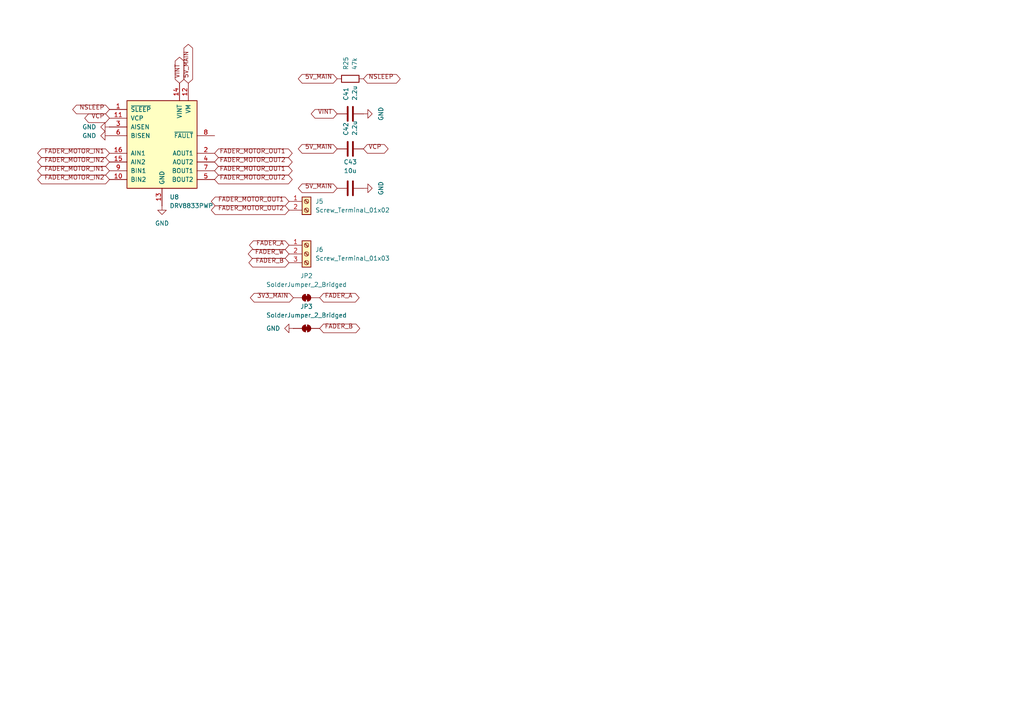
<source format=kicad_sch>
(kicad_sch (version 20231120) (generator "eeschema") (generator_version "8.0")
  (paper "A4")
  (lib_symbols
    (symbol "Connector:Screw_Terminal_01x02" (pin_names (offset 1.016) hide)
      (property "Reference" "J" (at 0 2.54 0))
      (property "Value" "Screw_Terminal_01x02" (at 0 -5.08 0))
      (symbol "Screw_Terminal_01x02_1_1"
        (rectangle (start -1.27 1.27) (end 1.27 -3.81) (stroke (width 0.254)) (fill (type background)))
        (circle (center 0 -2.54) (radius 0.635) (stroke (width 0.1524)))
        (polyline (pts (xy -0.5334 -2.2098) (xy 0.3302 -3.048)) (stroke (width 0.1524)))
        (polyline (pts (xy -0.5334 0.3302) (xy 0.3302 -0.508)) (stroke (width 0.1524)))
        (polyline (pts (xy -0.3556 -2.032) (xy 0.508 -2.8702)) (stroke (width 0.1524)))
        (polyline (pts (xy -0.3556 0.508) (xy 0.508 -0.3302)) (stroke (width 0.1524)))
        (circle (center 0 0) (radius 0.635) (stroke (width 0.1524)))
        (pin passive line (at -5.08 0 0) (length 3.81) (name "Pin_1") (number "1"))
        (pin passive line (at -5.08 -2.54 0) (length 3.81) (name "Pin_2") (number "2"))
      )
    )
    (symbol "Connector:Screw_Terminal_01x03" (pin_names (offset 1.016) hide)
      (property "Reference" "J" (at 0 5.08 0))
      (property "Value" "Screw_Terminal_01x03" (at 0 -5.08 0))
      (symbol "Screw_Terminal_01x03_1_1"
        (rectangle (start -1.27 3.81) (end 1.27 -3.81) (stroke (width 0.254)) (fill (type background)))
        (circle (center 0 -2.54) (radius 0.635) (stroke (width 0.1524)))
        (polyline (pts (xy -0.5334 -2.2098) (xy 0.3302 -3.048)) (stroke (width 0.1524)))
        (polyline (pts (xy -0.5334 0.3302) (xy 0.3302 -0.508)) (stroke (width 0.1524)))
        (polyline (pts (xy -0.5334 2.8702) (xy 0.3302 2.032)) (stroke (width 0.1524)))
        (polyline (pts (xy -0.3556 -2.032) (xy 0.508 -2.8702)) (stroke (width 0.1524)))
        (polyline (pts (xy -0.3556 0.508) (xy 0.508 -0.3302)) (stroke (width 0.1524)))
        (polyline (pts (xy -0.3556 3.048) (xy 0.508 2.2098)) (stroke (width 0.1524)))
        (circle (center 0 0) (radius 0.635) (stroke (width 0.1524)))
        (circle (center 0 2.54) (radius 0.635) (stroke (width 0.1524)))
        (pin passive line (at -5.08 2.54 0) (length 3.81) (name "Pin_1") (number "1"))
        (pin passive line (at -5.08 0 0) (length 3.81) (name "Pin_2") (number "2"))
        (pin passive line (at -5.08 -2.54 0) (length 3.81) (name "Pin_3") (number "3"))
      )
    )
    (symbol "Device:C" (pin_numbers hide) (pin_names (offset 0.254))
      (property "Reference" "C" (at 0.635 2.54 0))
      (property "Value" "C" (at 0.635 -2.54 0))
      (symbol "C_0_1"
        (polyline (pts (xy -2.032 -0.762) (xy 2.032 -0.762)) (stroke (width 0.508)))
        (polyline (pts (xy -2.032 0.762) (xy 2.032 0.762)) (stroke (width 0.508)))
      )
      (symbol "C_1_1"
        (pin passive line (at 0 3.81 270) (length 2.794) (name "~") (number "1"))
        (pin passive line (at 0 -3.81 90) (length 2.794) (name "~") (number "2"))
      )
    )
    (symbol "Device:R" (pin_numbers hide) (pin_names (offset 0))
      (property "Reference" "R" (at 2.032 0 90))
      (property "Value" "R" (at 0 0 90))
      (symbol "R_0_1"
        (rectangle (start -1.016 -2.54) (end 1.016 2.54) (stroke (width 0.254)))
      )
      (symbol "R_1_1"
        (pin passive line (at 0 3.81 270) (length 1.27) (name "~") (number "1"))
        (pin passive line (at 0 -3.81 90) (length 1.27) (name "~") (number "2"))
      )
    )
    (symbol "Driver_Motor:DRV8833PWP" (pin_names (offset 1.016))
      (property "Reference" "U" (at -3.81 16.51 0))
      (property "Value" "DRV8833PWP" (at -3.81 13.97 0))
      (symbol "DRV8833PWP_0_1"
        (rectangle (start -10.16 12.7) (end 10.16 -12.7) (stroke (width 0.254)) (fill (type background)))
      )
      (symbol "DRV8833PWP_1_1"
        (pin input line (at -15.24 10.16 0) (length 5.08) (name "~{SLEEP}") (number "1"))
        (pin input line (at -15.24 -10.16 0) (length 5.08) (name "BIN2") (number "10"))
        (pin bidirectional line (at -15.24 7.62 0) (length 5.08) (name "VCP") (number "11"))
        (pin power_in line (at 7.62 17.78 270) (length 5.08) (name "VM") (number "12"))
        (pin power_in line (at 0 -17.78 90) (length 5.08) (name "GND") (number "13"))
        (pin power_in line (at 5.08 17.78 270) (length 5.08) (name "VINT") (number "14"))
        (pin input line (at -15.24 -5.08 0) (length 5.08) (name "AIN2") (number "15"))
        (pin input line (at -15.24 -2.54 0) (length 5.08) (name "AIN1") (number "16"))
        (pin passive line (at 0 -17.78 90) (length 5.08) hide (name "GND") (number "17"))
        (pin power_out line (at 15.24 -2.54 180) (length 5.08) (name "AOUT1") (number "2"))
        (pin bidirectional line (at -15.24 5.08 0) (length 5.08) (name "AISEN") (number "3"))
        (pin power_out line (at 15.24 -5.08 180) (length 5.08) (name "AOUT2") (number "4"))
        (pin power_out line (at 15.24 -10.16 180) (length 5.08) (name "BOUT2") (number "5"))
        (pin bidirectional line (at -15.24 2.54 0) (length 5.08) (name "BISEN") (number "6"))
        (pin power_out line (at 15.24 -7.62 180) (length 5.08) (name "BOUT1") (number "7"))
        (pin open_collector line (at 15.24 2.54 180) (length 5.08) (name "~{FAULT}") (number "8"))
        (pin input line (at -15.24 -7.62 0) (length 5.08) (name "BIN1") (number "9"))
      )
    )
    (symbol "Jumper:SolderJumper_2_Bridged" (pin_numbers hide) (pin_names (offset 0) hide) (exclude_from_sim yes) (in_bom no)
      (property "Reference" "JP" (at 0 2.032 0))
      (property "Value" "SolderJumper_2_Bridged" (at 0 -2.54 0))
      (symbol "SolderJumper_2_Bridged_0_1"
        (rectangle (start -0.508 0.508) (end 0.508 -0.508) (fill (type outline)))
        (arc (start -0.254 1.016) (mid -1.2656 0) (end -0.254 -1.016))
        (arc (start -0.254 1.016) (mid -1.2656 0) (end -0.254 -1.016) (fill (type outline)))
        (polyline (pts (xy -0.254 1.016) (xy -0.254 -1.016)))
        (polyline (pts (xy 0.254 1.016) (xy 0.254 -1.016)))
        (arc (start 0.254 -1.016) (mid 1.2656 0) (end 0.254 1.016))
        (arc (start 0.254 -1.016) (mid 1.2656 0) (end 0.254 1.016) (fill (type outline)))
      )
      (symbol "SolderJumper_2_Bridged_1_1"
        (pin passive line (at -3.81 0 0) (length 2.54) (name "A") (number "1"))
        (pin passive line (at 3.81 0 180) (length 2.54) (name "B") (number "2"))
      )
    )
    (symbol "power:GND" (power) (pin_numbers hide) (pin_names (offset 0) hide)
      (property "Value" "GND" (at 0 -3.81 0))
      (symbol "GND_0_1"
        (polyline (pts (xy 0 0) (xy 0 -1.27) (xy 1.27 -1.27) (xy 0 -2.54) (xy -1.27 -1.27) (xy 0 -1.27)))
      )
      (symbol "GND_1_1"
        (pin power_in line (at 0 0 270) (length 0) (name "~") (number "1"))
      )
    )
  )
  (global_label "VINT" (shape bidirectional) (at 97.79 33.02 180) (property "Intersheetrefs" "${INTERSHEET_REFS}" (effects (hide yes))))
  (global_label "FADER_MOTOR_IN2" (shape bidirectional) (at 31.75 46.99 180) (property "Intersheetrefs" "${INTERSHEET_REFS}" (effects (hide yes))))
  (global_label "FADER_MOTOR_OUT2" (shape bidirectional) (at 83.82 60.96 180) (property "Intersheetrefs" "${INTERSHEET_REFS}" (effects (hide yes))))
  (global_label "FADER_MOTOR_IN1" (shape bidirectional) (at 31.75 49.53 180) (property "Intersheetrefs" "${INTERSHEET_REFS}" (effects (hide yes))))
  (global_label "FADER_MOTOR_OUT1" (shape bidirectional) (at 62.23 44.45 0) (property "Intersheetrefs" "${INTERSHEET_REFS}" (effects (hide yes))))
  (global_label "NSLEEP" (shape bidirectional) (at 105.41 22.86 0) (property "Intersheetrefs" "${INTERSHEET_REFS}" (effects (hide yes))))
  (global_label "VCP" (shape bidirectional) (at 105.41 43.18 0) (property "Intersheetrefs" "${INTERSHEET_REFS}" (effects (hide yes))))
  (global_label "5V_MAIN" (shape bidirectional) (at 54.61 24.13 90) (property "Intersheetrefs" "${INTERSHEET_REFS}" (effects (hide yes))))
  (global_label "FADER_MOTOR_OUT1" (shape bidirectional) (at 83.82 58.42 180) (property "Intersheetrefs" "${INTERSHEET_REFS}" (effects (hide yes))))
  (global_label "FADER_A" (shape bidirectional) (at 83.82 71.12 180) (property "Intersheetrefs" "${INTERSHEET_REFS}" (effects (hide yes))))
  (global_label "3V3_MAIN" (shape bidirectional) (at 85.09 86.36 180) (property "Intersheetrefs" "${INTERSHEET_REFS}" (effects (hide yes))))
  (global_label "5V_MAIN" (shape bidirectional) (at 97.79 54.61 180) (property "Intersheetrefs" "${INTERSHEET_REFS}" (effects (hide yes))))
  (global_label "FADER_B" (shape bidirectional) (at 83.82 76.2 180) (property "Intersheetrefs" "${INTERSHEET_REFS}" (effects (hide yes))))
  (global_label "FADER_MOTOR_OUT2" (shape bidirectional) (at 62.23 46.99 0) (property "Intersheetrefs" "${INTERSHEET_REFS}" (effects (hide yes))))
  (global_label "FADER_B" (shape bidirectional) (at 92.71 95.25 0) (property "Intersheetrefs" "${INTERSHEET_REFS}" (effects (hide yes))))
  (global_label "VCP" (shape bidirectional) (at 31.75 34.29 180) (property "Intersheetrefs" "${INTERSHEET_REFS}" (effects (hide yes))))
  (global_label "NSLEEP" (shape bidirectional) (at 31.75 31.75 180) (property "Intersheetrefs" "${INTERSHEET_REFS}" (effects (hide yes))))
  (global_label "5V_MAIN" (shape bidirectional) (at 97.79 22.86 180) (property "Intersheetrefs" "${INTERSHEET_REFS}" (effects (hide yes))))
  (global_label "5V_MAIN" (shape bidirectional) (at 97.79 43.18 180) (property "Intersheetrefs" "${INTERSHEET_REFS}" (effects (hide yes))))
  (global_label "FADER_MOTOR_OUT1" (shape bidirectional) (at 62.23 49.53 0) (property "Intersheetrefs" "${INTERSHEET_REFS}" (effects (hide yes))))
  (global_label "FADER_MOTOR_IN1" (shape bidirectional) (at 31.75 44.45 180) (property "Intersheetrefs" "${INTERSHEET_REFS}" (effects (hide yes))))
  (global_label "VINT" (shape bidirectional) (at 52.07 24.13 90) (property "Intersheetrefs" "${INTERSHEET_REFS}" (effects (hide yes))))
  (global_label "FADER_A" (shape bidirectional) (at 92.71 86.36 0) (property "Intersheetrefs" "${INTERSHEET_REFS}" (effects (hide yes))))
  (global_label "FADER_W" (shape bidirectional) (at 83.82 73.66 180) (property "Intersheetrefs" "${INTERSHEET_REFS}" (effects (hide yes))))
  (global_label "FADER_MOTOR_OUT2" (shape bidirectional) (at 62.23 52.07 0) (property "Intersheetrefs" "${INTERSHEET_REFS}" (effects (hide yes))))
  (global_label "FADER_MOTOR_IN2" (shape bidirectional) (at 31.75 52.07 180) (property "Intersheetrefs" "${INTERSHEET_REFS}" (effects (hide yes))))
  (symbol (lib_id "Device:C") (at 101.6 54.61 90) (unit 1)
    (property "Reference" "C43" (at 101.6 46.99 90))
    (property "Value" "10u" (at 101.6 49.53 90))
    (property "Footprint" "Capacitor_SMD:C_0603_1608Metric" (effects (hide yes)))
    (property "Description" "Unpolarized capacitor" (effects (hide yes)))
  )
  (symbol (lib_id "power:GND") (at 31.75 39.37 270) (unit 1)
    (property "Reference" "#PWR058" (effects (hide yes)))
    (property "Value" "GND" (at 27.94 39.3699 90) (effects (justify right)))
    (property "Description" "Power symbol creates a global global_label with name \"GND\" , ground" (effects (hide yes)))
  )
  (symbol (lib_id "power:GND") (at 85.09 95.25 270) (unit 1)
    (property "Reference" "#PWR060" (effects (hide yes)))
    (property "Value" "GND" (at 81.28 95.2499 90) (effects (justify right)))
    (property "Description" "Power symbol creates a global global_label with name \"GND\" , ground" (effects (hide yes)))
  )
  (symbol (lib_id "Device:R") (at 101.6 22.86 90) (unit 1)
    (property "Reference" "R25" (at 100.3299 20.32 0) (effects (justify left)))
    (property "Value" "47k" (at 102.8699 20.32 0) (effects (justify left)))
    (property "Footprint" "Resistor_SMD:R_0603_1608Metric" (effects (hide yes)))
    (property "Description" "Resistor" (effects (hide yes)))
  )
  (symbol (lib_id "power:GND") (at 105.41 33.02 90) (unit 1)
    (property "Reference" "#PWR061" (effects (hide yes)))
    (property "Value" "GND" (at 110.49 33.02 0))
    (property "Description" "Power symbol creates a global global_label with name \"GND\" , ground" (effects (hide yes)))
  )
  (symbol (lib_id "power:GND") (at 105.41 54.61 90) (unit 1)
    (property "Reference" "#PWR062" (effects (hide yes)))
    (property "Value" "GND" (at 110.49 54.61 0))
    (property "Description" "Power symbol creates a global global_label with name \"GND\" , ground" (effects (hide yes)))
  )
  (symbol (lib_id "Connector:Screw_Terminal_01x02") (at 88.9 58.42 0) (unit 1)
    (property "Reference" "J5" (at 91.44 58.4199 0) (effects (justify left)))
    (property "Value" "Screw_Terminal_01x02" (at 91.44 60.9599 0) (effects (justify left)))
    (property "Footprint" "TerminalBlock:TerminalBlock_Xinya_XY308-2.54-2P_1x02_P2.54mm_Horizontal" (effects (hide yes)))
    (property "Description" "Generic screw terminal, single row, 01x02, script generated (kicad-library-utils/schlib/autogen/connector/)" (effects (hide yes)))
  )
  (symbol (lib_id "Device:C") (at 101.6 43.18 90) (unit 1)
    (property "Reference" "C42" (at 100.3299 39.37 0) (effects (justify left)))
    (property "Value" "2.2u" (at 102.8699 39.37 0) (effects (justify left)))
    (property "Footprint" "Capacitor_SMD:C_0603_1608Metric" (effects (hide yes)))
    (property "Description" "Unpolarized capacitor" (effects (hide yes)))
  )
  (symbol (lib_id "Connector:Screw_Terminal_01x03") (at 88.9 73.66 0) (unit 1)
    (property "Reference" "J6" (at 91.44 72.3899 0) (effects (justify left)))
    (property "Value" "Screw_Terminal_01x03" (at 91.44 74.9299 0) (effects (justify left)))
    (property "Footprint" "TerminalBlock:TerminalBlock_Xinya_XY308-2.54-3P_1x03_P2.54mm_Horizontal" (effects (hide yes)))
    (property "Description" "Generic screw terminal, single row, 01x03, script generated (kicad-library-utils/schlib/autogen/connector/)" (effects (hide yes)))
  )
  (symbol (lib_id "Jumper:SolderJumper_2_Bridged") (at 88.9 95.25 0) (unit 1) (exclude_from_sim yes) (in_bom no)
    (property "Reference" "JP3" (at 88.9 88.9 0))
    (property "Value" "SolderJumper_2_Bridged" (at 88.9 91.44 0))
    (property "Footprint" "Jumper:SolderJumper-2_P1.3mm_Bridged2Bar_Pad1.0x1.5mm" (effects (hide yes)))
    (property "Description" "Solder Jumper, 2-pole, closed/bridged" (effects (hide yes)))
  )
  (symbol (lib_id "Driver_Motor:DRV8833PWP") (at 46.99 41.91 0) (unit 1)
    (property "Reference" "U8" (at 49.1841 57.15 0) (effects (justify left)))
    (property "Value" "DRV8833PWP" (at 49.1841 59.69 0) (effects (justify left)))
    (property "Footprint" "Package_SO:HTSSOP-16-1EP_4.4x5mm_P0.65mm_EP3.4x5mm_Mask2.46x2.31mm_ThermalVias" (effects (hide yes)))
    (property "Datasheet" "http://www.ti.com/lit/ds/symlink/drv8833.pdf" (effects (hide yes)))
    (property "Description" "Dual H-Bridge Motor Driver, HTSSOP-16" (effects (hide yes)))
  )
  (symbol (lib_id "power:GND") (at 46.99 59.69 0) (unit 1)
    (property "Reference" "#PWR059" (effects (hide yes)))
    (property "Value" "GND" (at 46.99 64.77 0))
    (property "Description" "Power symbol creates a global global_label with name \"GND\" , ground" (effects (hide yes)))
  )
  (symbol (lib_id "power:GND") (at 31.75 36.83 270) (unit 1)
    (property "Reference" "#PWR057" (effects (hide yes)))
    (property "Value" "GND" (at 27.94 36.8299 90) (effects (justify right)))
    (property "Description" "Power symbol creates a global global_label with name \"GND\" , ground" (effects (hide yes)))
  )
  (symbol (lib_id "Device:C") (at 101.6 33.02 90) (unit 1)
    (property "Reference" "C41" (at 100.3299 29.21 0) (effects (justify left)))
    (property "Value" "2.2u" (at 102.8699 29.21 0) (effects (justify left)))
    (property "Footprint" "Capacitor_SMD:C_0603_1608Metric" (effects (hide yes)))
    (property "Description" "Unpolarized capacitor" (effects (hide yes)))
  )
  (symbol (lib_id "Jumper:SolderJumper_2_Bridged") (at 88.9 86.36 0) (unit 1) (exclude_from_sim yes) (in_bom no)
    (property "Reference" "JP2" (at 88.9 80.01 0))
    (property "Value" "SolderJumper_2_Bridged" (at 88.9 82.55 0))
    (property "Footprint" "Jumper:SolderJumper-2_P1.3mm_Bridged2Bar_Pad1.0x1.5mm" (effects (hide yes)))
    (property "Description" "Solder Jumper, 2-pole, closed/bridged" (effects (hide yes)))
  )
)
</source>
